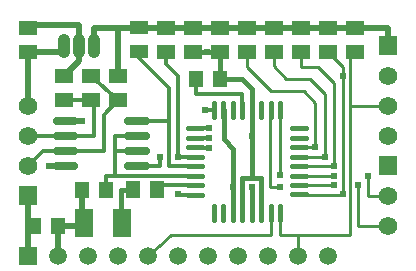
<source format=gbl>
G04 Layer: BottomLayer*
G04 EasyEDA v6.1.33, Mon, 29 Apr 2019 08:20:16 GMT*
G04 411861b6da474a0787508d96397a8606,b00fa10de7d64fab8ce431aff4cbea96,10*
G04 Gerber Generator version 0.2*
G04 Scale: 100 percent, Rotated: No, Reflected: No *
G04 Dimensions in inches *
G04 leading zeros omitted , absolute positions ,2 integer and 4 decimal *
%FSLAX24Y24*%
%MOIN*%
G90*
G70D02*

%ADD10C,0.010000*%
%ADD11C,0.020000*%
%ADD12C,0.016000*%
%ADD13C,0.012000*%
%ADD14C,0.024400*%
%ADD15C,0.024000*%
%ADD17C,0.062000*%
%ADD19C,0.059000*%
%ADD20R,0.059000X0.059000*%
%ADD21C,0.039370*%
%ADD22C,0.009840*%
%ADD23C,0.017717*%
%ADD24C,0.027559*%
%ADD25R,0.045670X0.057870*%
%ADD27R,0.063000X0.094488*%

%LPD*%
G54D11*
G01X1600Y1600D02*
G01X2469Y1600D01*
G01X1600Y600D02*
G01X1600Y1600D01*
G54D10*
G01X10800Y3580D02*
G01X10800Y6360D01*
G01X10260Y6900D01*
G01X9700Y6900D01*
G01X9619Y4213D02*
G01X10180Y4213D01*
G01X10180Y5700D01*
G01X9800Y6100D01*
G01X8700Y6100D01*
G01X9619Y3898D02*
G01X10500Y3898D01*
G01X10500Y6000D01*
G01X10000Y6500D01*
G01X9003Y2019D02*
G01X9003Y1280D01*
G01X11339Y1280D01*
G01X11339Y7400D01*
G01X9620Y2639D02*
G01X11100Y2639D01*
G01X11100Y6900D01*
G01X10600Y7400D01*
G01X12600Y5600D02*
G01X11339Y5600D01*
G54D12*
G01X8060Y4600D02*
G01X8060Y3200D01*
G01X7430Y2019D02*
G01X7430Y4169D01*
G01X7119Y4480D01*
G01X7119Y5459D01*
G54D10*
G01X9620Y2955D02*
G01X10785Y2955D01*
G01X10800Y2940D01*
G01X9620Y3269D02*
G01X10750Y3269D01*
G01X10789Y3269D01*
G01X10800Y3259D01*
G54D11*
G01X7000Y8200D02*
G01X7900Y8200D01*
G01X7900Y8200D02*
G01X8800Y8200D01*
G01X8800Y8200D02*
G01X9700Y8200D01*
G01X9700Y8200D02*
G01X10600Y8200D01*
G01X10600Y8200D02*
G01X11500Y8200D01*
G54D10*
G01X9619Y3584D02*
G01X10794Y3584D01*
G01X10800Y3580D01*
G01X12600Y2600D02*
G01X11939Y2600D01*
G01X11939Y3259D01*
G01X11939Y3259D01*
G01X11600Y2959D02*
G01X11600Y1600D01*
G01X12600Y1600D01*
G01X9000Y5459D02*
G01X9000Y3300D01*
G54D22*
G01X8680Y5459D02*
G01X8680Y2900D01*
G01X9000Y2900D01*
G54D10*
G01X8700Y2019D02*
G01X8700Y1280D01*
G01X5356Y1280D01*
G01X4600Y600D01*
G01X7900Y7400D02*
G01X7900Y6900D01*
G01X8800Y7400D02*
G01X8800Y6919D01*
G01X9700Y7400D02*
G01X9700Y6900D01*
G01X7900Y6900D02*
G01X8700Y6100D01*
G01X8800Y6919D02*
G01X9200Y6500D01*
G54D13*
G01X600Y4600D02*
G01X1840Y4600D01*
G01X1850Y4590D01*
G01X600Y3600D02*
G01X1090Y4090D01*
G01X1850Y4090D01*
G01X1850Y4090D02*
G01X3140Y4090D01*
G01X3140Y5275D01*
G01X3600Y5800D01*
G01X1850Y4590D02*
G01X2800Y4590D01*
G01X2800Y5800D01*
G01X2700Y5800D01*
G54D11*
G01X2800Y7600D02*
G01X2800Y8200D01*
G01X600Y8280D02*
G01X2300Y8280D01*
G01X2300Y7600D01*
G01X600Y5600D02*
G01X600Y7400D01*
G01X600Y7400D02*
G01X1800Y7400D01*
G01X1800Y7600D01*
G01X1800Y6600D02*
G01X2300Y7100D01*
G01X2300Y7600D01*
G54D13*
G01X2700Y6600D02*
G01X3600Y5800D01*
G01X1800Y5800D02*
G01X2700Y5800D01*
G54D10*
G01X9200Y6500D02*
G01X10000Y6500D01*
G01X9600Y600D02*
G01X9600Y1280D01*
G54D12*
G01X8379Y3200D02*
G01X8380Y2019D01*
G01X7744Y2019D02*
G01X7744Y3200D01*
G01X8373Y3200D01*
G01X8058Y2019D02*
G01X8058Y2900D01*
G01X8060Y2900D01*
G54D11*
G01X1859Y3580D02*
G01X1300Y3580D01*
G01X1300Y3600D01*
G54D12*
G01X7000Y6500D02*
G01X7720Y6500D01*
G01X8060Y6159D01*
G01X8054Y5460D01*
G01X8054Y5460D02*
G01X8054Y4605D01*
G01X8060Y4600D01*
G01X7000Y7400D02*
G01X7000Y6500D01*
G54D11*
G01X4300Y8200D02*
G01X2800Y8200D01*
G01X4300Y8200D02*
G01X5200Y8200D01*
G54D13*
G01X6169Y3894D02*
G01X5600Y3894D01*
G01X5600Y6600D01*
G01X5600Y6600D02*
G01X5200Y7000D01*
G01X5200Y7400D01*
G01X5300Y3580D02*
G01X5300Y6200D01*
G01X5300Y6200D02*
G01X4300Y7200D01*
G01X4300Y7400D01*
G01X4230Y5090D02*
G01X5298Y5090D01*
G01X5300Y5088D01*
G01X6169Y3580D02*
G01X5300Y3580D01*
G01X4230Y4590D02*
G01X4000Y4590D01*
G01X4000Y4600D01*
G01X6169Y3265D02*
G01X3500Y3265D01*
G01X3500Y4090D01*
G01X4230Y4090D01*
G01X7741Y5460D02*
G01X7741Y6000D01*
G01X6200Y6000D01*
G01X6200Y6500D01*
G01X4230Y3590D02*
G01X5000Y3590D01*
G01X5000Y3900D01*
G01X3500Y4603D02*
G01X4230Y4603D01*
G01X6170Y2636D02*
G01X5603Y2636D01*
G01X5600Y2640D01*
G54D11*
G01X1850Y5089D02*
G01X2400Y5090D01*
G54D13*
G01X3200Y2800D02*
G01X3200Y3265D01*
G01X3500Y3265D01*
G01X6170Y2951D02*
G01X5051Y2951D01*
G01X4900Y2800D01*
G54D11*
G01X2400Y2800D02*
G01X2400Y1700D01*
G01X800Y1600D02*
G01X600Y1600D01*
G01X600Y2600D01*
G54D13*
G01X6169Y4840D02*
G01X6639Y4840D01*
G01X6200Y4200D02*
G01X6639Y4200D01*
G01X6100Y4519D02*
G01X6639Y4519D01*
G01X6796Y5459D02*
G01X6500Y5459D01*
G54D11*
G01X11500Y8200D02*
G01X12600Y8200D01*
G01X12600Y7600D01*
G01X5200Y8200D02*
G01X6100Y8200D01*
G01X6100Y8200D02*
G01X7000Y8200D01*
G54D12*
G01X6100Y7400D02*
G01X7000Y7400D01*
G01X4100Y2800D02*
G01X3700Y2800D01*
G01X3700Y1700D01*
G54D11*
G01X800Y1600D02*
G01X600Y1600D01*
G01X600Y600D01*
G01X3600Y6600D02*
G01X3600Y8200D01*
G54D13*
G01X3500Y4603D02*
G01X3500Y4090D01*
G54D23*
G01X9856Y2640D02*
G01X9383Y2640D01*
G01X9856Y2955D02*
G01X9383Y2955D01*
G01X9856Y3269D02*
G01X9383Y3269D01*
G01X9856Y3584D02*
G01X9383Y3584D01*
G01X9856Y3898D02*
G01X9383Y3898D01*
G01X9856Y4213D02*
G01X9383Y4213D01*
G01X9856Y4528D02*
G01X9383Y4528D01*
G01X9856Y4844D02*
G01X9383Y4844D01*
G01X9000Y5696D02*
G01X9000Y5223D01*
G01X8685Y5696D02*
G01X8685Y5223D01*
G01X8369Y5696D02*
G01X8369Y5223D01*
G01X8055Y5696D02*
G01X8055Y5223D01*
G01X7740Y5696D02*
G01X7740Y5223D01*
G01X7426Y5696D02*
G01X7426Y5223D01*
G01X7110Y5696D02*
G01X7110Y5223D01*
G01X6796Y5696D02*
G01X6796Y5223D01*
G01X6406Y4840D02*
G01X5933Y4840D01*
G01X6406Y4525D02*
G01X5933Y4525D01*
G01X6406Y4209D02*
G01X5933Y4209D01*
G01X6406Y3894D02*
G01X5933Y3894D01*
G01X6406Y3580D02*
G01X5933Y3580D01*
G01X6406Y3265D02*
G01X5933Y3265D01*
G01X6406Y2951D02*
G01X5933Y2951D01*
G01X6406Y2636D02*
G01X5933Y2636D01*
G01X6800Y2256D02*
G01X6800Y1783D01*
G01X7114Y2256D02*
G01X7114Y1783D01*
G01X7430Y2256D02*
G01X7430Y1783D01*
G01X7744Y2256D02*
G01X7744Y1783D01*
G01X8059Y2256D02*
G01X8059Y1783D01*
G01X8373Y2256D02*
G01X8373Y1783D01*
G01X8689Y2256D02*
G01X8689Y1783D01*
G01X9003Y2256D02*
G01X9003Y1783D01*
G54D24*
G01X3934Y5090D02*
G01X4525Y5090D01*
G01X3934Y4590D02*
G01X4525Y4590D01*
G01X3934Y4090D02*
G01X4525Y4090D01*
G01X3934Y3590D02*
G01X4525Y3590D01*
G01X1554Y5090D02*
G01X2145Y5090D01*
G01X1554Y4590D02*
G01X2145Y4590D01*
G01X1554Y4090D02*
G01X2145Y4090D01*
G01X1554Y3590D02*
G01X2145Y3590D01*
G54D25*
G01X7000Y6500D03*
G01X6200Y6500D03*
G36*
G01X9410Y8428D02*
G01X9410Y7971D01*
G01X9989Y7971D01*
G01X9989Y8428D01*
G01X9410Y8428D01*
G37*
G36*
G01X9410Y7628D02*
G01X9410Y7171D01*
G01X9989Y7171D01*
G01X9989Y7628D01*
G01X9410Y7628D01*
G37*
G36*
G01X6710Y8428D02*
G01X6710Y7971D01*
G01X7289Y7971D01*
G01X7289Y8428D01*
G01X6710Y8428D01*
G37*
G36*
G01X6710Y7628D02*
G01X6710Y7171D01*
G01X7289Y7171D01*
G01X7289Y7628D01*
G01X6710Y7628D01*
G37*
G36*
G01X8510Y8428D02*
G01X8510Y7971D01*
G01X9089Y7971D01*
G01X9089Y8428D01*
G01X8510Y8428D01*
G37*
G36*
G01X8510Y7628D02*
G01X8510Y7171D01*
G01X9089Y7171D01*
G01X9089Y7628D01*
G01X8510Y7628D01*
G37*
G36*
G01X7610Y8428D02*
G01X7610Y7971D01*
G01X8189Y7971D01*
G01X8189Y8428D01*
G01X7610Y8428D01*
G37*
G36*
G01X7610Y7628D02*
G01X7610Y7171D01*
G01X8189Y7171D01*
G01X8189Y7628D01*
G01X7610Y7628D01*
G37*
G36*
G01X11210Y8428D02*
G01X11210Y7971D01*
G01X11789Y7971D01*
G01X11789Y8428D01*
G01X11210Y8428D01*
G37*
G36*
G01X11210Y7628D02*
G01X11210Y7171D01*
G01X11789Y7171D01*
G01X11789Y7628D01*
G01X11210Y7628D01*
G37*
G36*
G01X10310Y8428D02*
G01X10310Y7971D01*
G01X10889Y7971D01*
G01X10889Y8428D01*
G01X10310Y8428D01*
G37*
G36*
G01X10310Y7628D02*
G01X10310Y7171D01*
G01X10889Y7171D01*
G01X10889Y7628D01*
G01X10310Y7628D01*
G37*
G36*
G01X5810Y8428D02*
G01X5810Y7971D01*
G01X6389Y7971D01*
G01X6389Y8428D01*
G01X5810Y8428D01*
G37*
G36*
G01X5810Y7628D02*
G01X5810Y7171D01*
G01X6389Y7171D01*
G01X6389Y7628D01*
G01X5810Y7628D01*
G37*
G36*
G01X888Y7171D02*
G01X888Y7628D01*
G01X311Y7628D01*
G01X311Y7171D01*
G01X888Y7171D01*
G37*
G36*
G01X888Y7971D02*
G01X888Y8428D01*
G01X311Y8428D01*
G01X311Y7971D01*
G01X888Y7971D01*
G37*
G36*
G01X3871Y2511D02*
G01X4327Y2511D01*
G01X4327Y3088D01*
G01X3871Y3088D01*
G01X3871Y2511D01*
G37*
G36*
G01X4672Y2511D02*
G01X5127Y2511D01*
G01X5127Y3088D01*
G01X4672Y3088D01*
G01X4672Y2511D01*
G37*
G54D27*
G01X3730Y1700D03*
G01X2469Y1700D03*
G36*
G01X4589Y7180D02*
G01X4589Y7636D01*
G01X4011Y7636D01*
G01X4011Y7180D01*
G01X4589Y7180D01*
G37*
G36*
G01X4589Y7980D02*
G01X4589Y8436D01*
G01X4011Y8436D01*
G01X4011Y7980D01*
G01X4589Y7980D01*
G37*
G36*
G01X4910Y8428D02*
G01X4910Y7971D01*
G01X5489Y7971D01*
G01X5489Y8428D01*
G01X4910Y8428D01*
G37*
G36*
G01X4910Y7628D02*
G01X4910Y7171D01*
G01X5489Y7171D01*
G01X5489Y7628D01*
G01X4910Y7628D01*
G37*
G36*
G01X3888Y5571D02*
G01X3888Y6028D01*
G01X3311Y6028D01*
G01X3311Y5571D01*
G01X3888Y5571D01*
G37*
G36*
G01X3888Y6371D02*
G01X3888Y6828D01*
G01X3311Y6828D01*
G01X3311Y6371D01*
G01X3888Y6371D01*
G37*
G36*
G01X2988Y5571D02*
G01X2988Y6028D01*
G01X2411Y6028D01*
G01X2411Y5571D01*
G01X2988Y5571D01*
G37*
G36*
G01X2988Y6371D02*
G01X2988Y6828D01*
G01X2411Y6828D01*
G01X2411Y6371D01*
G01X2988Y6371D01*
G37*
G36*
G01X2088Y5571D02*
G01X2088Y6028D01*
G01X1511Y6028D01*
G01X1511Y5571D01*
G01X2088Y5571D01*
G37*
G36*
G01X2088Y6371D02*
G01X2088Y6828D01*
G01X1511Y6828D01*
G01X1511Y6371D01*
G01X2088Y6371D01*
G37*
G54D25*
G01X800Y1600D03*
G01X1600Y1600D03*
G01X3200Y2800D03*
G01X2400Y2800D03*
G54D17*
G01X12600Y1600D03*
G01X12600Y2600D03*
G36*
G01X12910Y3909D02*
G01X12910Y3290D01*
G01X12289Y3290D01*
G01X12289Y3909D01*
G01X12910Y3909D01*
G37*
G36*
G01X12910Y7909D02*
G01X12910Y7290D01*
G01X12289Y7290D01*
G01X12289Y7909D01*
G01X12910Y7909D01*
G37*
G01X12600Y6600D03*
G01X12600Y5600D03*
G01X12600Y4600D03*
G54D19*
G01X10600Y600D03*
G01X9600Y600D03*
G01X8600Y600D03*
G01X7600Y600D03*
G01X6600Y600D03*
G01X5600Y600D03*
G01X4600Y600D03*
G01X3600Y600D03*
G01X2600Y600D03*
G01X1600Y600D03*
G54D20*
G01X600Y600D03*
G36*
G01X290Y2290D02*
G01X290Y2909D01*
G01X909Y2909D01*
G01X909Y2290D01*
G01X290Y2290D01*
G37*
G54D17*
G01X600Y3600D03*
G01X600Y4600D03*
G01X600Y5600D03*
G54D14*
G01X8060Y4600D03*
G01X11100Y6600D03*
G01X10800Y3580D03*
G01X11939Y3259D03*
G01X10800Y3259D03*
G01X10800Y2940D03*
G01X11600Y2959D03*
G01X11100Y2640D03*
G01X10500Y3900D03*
G01X10180Y4219D03*
G01X9000Y3300D03*
G01X9000Y2900D03*
G01X8060Y2900D03*
G01X7419Y2900D03*
G01X1300Y3580D03*
G01X5600Y3900D03*
G01X5000Y3900D03*
G01X6556Y7400D03*
G01X5600Y2640D03*
G01X2400Y5090D03*
G01X6639Y4519D03*
G01X6639Y4200D03*
G01X6639Y4840D03*
G01X6500Y5459D03*
G54D15*
G01X2400Y2340D03*
G54D21*
G01X2800Y7796D02*
G01X2800Y7403D01*
G01X2300Y7796D02*
G01X2300Y7403D01*
G01X1800Y7796D02*
G01X1800Y7403D01*
M00*
M02*

</source>
